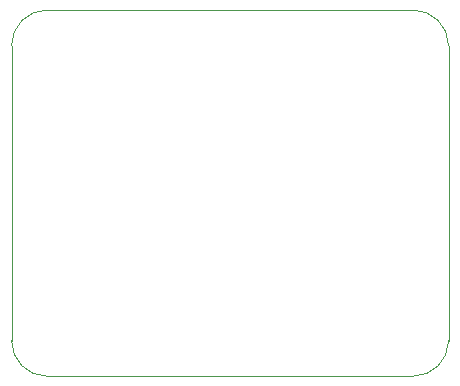
<source format=gbr>
%TF.GenerationSoftware,KiCad,Pcbnew,(6.0.7)*%
%TF.CreationDate,2022-08-14T12:50:59+03:00*%
%TF.ProjectId,STM32F103C8T6,53544d33-3246-4313-9033-433854362e6b,rev?*%
%TF.SameCoordinates,Original*%
%TF.FileFunction,Profile,NP*%
%FSLAX46Y46*%
G04 Gerber Fmt 4.6, Leading zero omitted, Abs format (unit mm)*
G04 Created by KiCad (PCBNEW (6.0.7)) date 2022-08-14 12:50:59*
%MOMM*%
%LPD*%
G01*
G04 APERTURE LIST*
%TA.AperFunction,Profile*%
%ADD10C,0.100000*%
%TD*%
G04 APERTURE END LIST*
D10*
X118000000Y-84000000D02*
X118000000Y-59000000D01*
X118000000Y-59000000D02*
G75*
G03*
X115000000Y-56000000I-3000000J0D01*
G01*
X81000000Y-84000000D02*
G75*
G03*
X84000000Y-87000000I3000000J0D01*
G01*
X84000000Y-56000000D02*
G75*
G03*
X81000000Y-59000000I0J-3000000D01*
G01*
X84000000Y-56000000D02*
X115000000Y-56000000D01*
X115000000Y-87000000D02*
G75*
G03*
X118000000Y-84000000I0J3000000D01*
G01*
X81000000Y-59000000D02*
X81000000Y-84000000D01*
X84000000Y-87000000D02*
X115000000Y-87000000D01*
M02*

</source>
